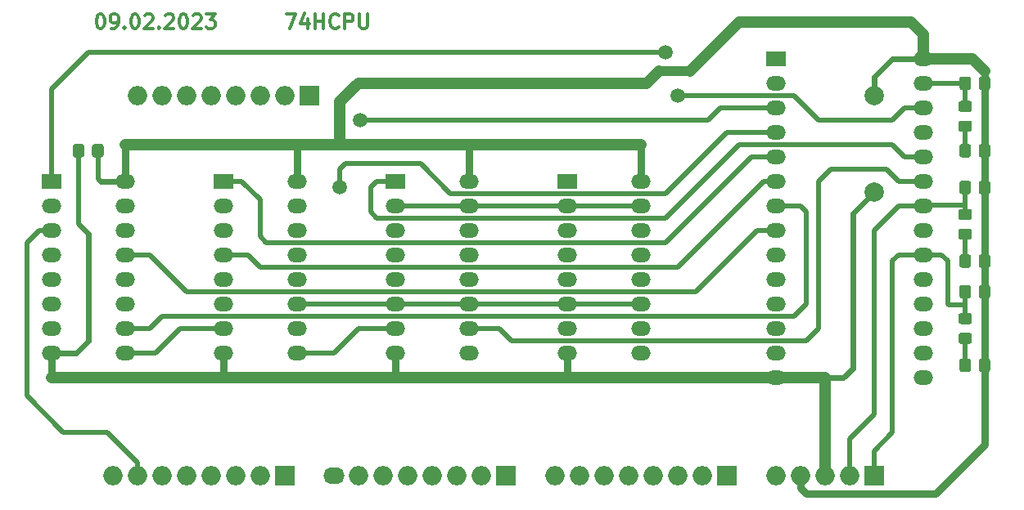
<source format=gbr>
%TF.GenerationSoftware,KiCad,Pcbnew,(5.1.8)-1*%
%TF.CreationDate,2023-02-09T20:32:32+03:00*%
%TF.ProjectId,RAM,52414d2e-6b69-4636-9164-5f7063625858,rev?*%
%TF.SameCoordinates,Original*%
%TF.FileFunction,Copper,L1,Top*%
%TF.FilePolarity,Positive*%
%FSLAX46Y46*%
G04 Gerber Fmt 4.6, Leading zero omitted, Abs format (unit mm)*
G04 Created by KiCad (PCBNEW (5.1.8)-1) date 2023-02-09 20:32:32*
%MOMM*%
%LPD*%
G01*
G04 APERTURE LIST*
%TA.AperFunction,NonConductor*%
%ADD10C,0.300000*%
%TD*%
%TA.AperFunction,ComponentPad*%
%ADD11C,2.000000*%
%TD*%
%TA.AperFunction,ComponentPad*%
%ADD12O,2.000000X2.000000*%
%TD*%
%TA.AperFunction,ComponentPad*%
%ADD13R,2.000000X2.000000*%
%TD*%
%TA.AperFunction,ComponentPad*%
%ADD14O,2.200000X1.700000*%
%TD*%
%TA.AperFunction,ComponentPad*%
%ADD15R,2.000000X1.500000*%
%TD*%
%TA.AperFunction,ComponentPad*%
%ADD16O,2.000000X1.500000*%
%TD*%
%TA.AperFunction,ViaPad*%
%ADD17C,1.500000*%
%TD*%
%TA.AperFunction,Conductor*%
%ADD18C,0.800000*%
%TD*%
%TA.AperFunction,Conductor*%
%ADD19C,1.200000*%
%TD*%
%TA.AperFunction,Conductor*%
%ADD20C,1.000000*%
%TD*%
%TA.AperFunction,Conductor*%
%ADD21C,0.600000*%
%TD*%
%TA.AperFunction,Conductor*%
%ADD22C,0.500000*%
%TD*%
G04 APERTURE END LIST*
D10*
X67239285Y-38548571D02*
X67382142Y-38548571D01*
X67525000Y-38620000D01*
X67596428Y-38691428D01*
X67667857Y-38834285D01*
X67739285Y-39120000D01*
X67739285Y-39477142D01*
X67667857Y-39762857D01*
X67596428Y-39905714D01*
X67525000Y-39977142D01*
X67382142Y-40048571D01*
X67239285Y-40048571D01*
X67096428Y-39977142D01*
X67025000Y-39905714D01*
X66953571Y-39762857D01*
X66882142Y-39477142D01*
X66882142Y-39120000D01*
X66953571Y-38834285D01*
X67025000Y-38691428D01*
X67096428Y-38620000D01*
X67239285Y-38548571D01*
X68453571Y-40048571D02*
X68739285Y-40048571D01*
X68882142Y-39977142D01*
X68953571Y-39905714D01*
X69096428Y-39691428D01*
X69167857Y-39405714D01*
X69167857Y-38834285D01*
X69096428Y-38691428D01*
X69025000Y-38620000D01*
X68882142Y-38548571D01*
X68596428Y-38548571D01*
X68453571Y-38620000D01*
X68382142Y-38691428D01*
X68310714Y-38834285D01*
X68310714Y-39191428D01*
X68382142Y-39334285D01*
X68453571Y-39405714D01*
X68596428Y-39477142D01*
X68882142Y-39477142D01*
X69025000Y-39405714D01*
X69096428Y-39334285D01*
X69167857Y-39191428D01*
X69810714Y-39905714D02*
X69882142Y-39977142D01*
X69810714Y-40048571D01*
X69739285Y-39977142D01*
X69810714Y-39905714D01*
X69810714Y-40048571D01*
X70810714Y-38548571D02*
X70953571Y-38548571D01*
X71096428Y-38620000D01*
X71167857Y-38691428D01*
X71239285Y-38834285D01*
X71310714Y-39120000D01*
X71310714Y-39477142D01*
X71239285Y-39762857D01*
X71167857Y-39905714D01*
X71096428Y-39977142D01*
X70953571Y-40048571D01*
X70810714Y-40048571D01*
X70667857Y-39977142D01*
X70596428Y-39905714D01*
X70525000Y-39762857D01*
X70453571Y-39477142D01*
X70453571Y-39120000D01*
X70525000Y-38834285D01*
X70596428Y-38691428D01*
X70667857Y-38620000D01*
X70810714Y-38548571D01*
X71882142Y-38691428D02*
X71953571Y-38620000D01*
X72096428Y-38548571D01*
X72453571Y-38548571D01*
X72596428Y-38620000D01*
X72667857Y-38691428D01*
X72739285Y-38834285D01*
X72739285Y-38977142D01*
X72667857Y-39191428D01*
X71810714Y-40048571D01*
X72739285Y-40048571D01*
X73382142Y-39905714D02*
X73453571Y-39977142D01*
X73382142Y-40048571D01*
X73310714Y-39977142D01*
X73382142Y-39905714D01*
X73382142Y-40048571D01*
X74025000Y-38691428D02*
X74096428Y-38620000D01*
X74239285Y-38548571D01*
X74596428Y-38548571D01*
X74739285Y-38620000D01*
X74810714Y-38691428D01*
X74882142Y-38834285D01*
X74882142Y-38977142D01*
X74810714Y-39191428D01*
X73953571Y-40048571D01*
X74882142Y-40048571D01*
X75810714Y-38548571D02*
X75953571Y-38548571D01*
X76096428Y-38620000D01*
X76167857Y-38691428D01*
X76239285Y-38834285D01*
X76310714Y-39120000D01*
X76310714Y-39477142D01*
X76239285Y-39762857D01*
X76167857Y-39905714D01*
X76096428Y-39977142D01*
X75953571Y-40048571D01*
X75810714Y-40048571D01*
X75667857Y-39977142D01*
X75596428Y-39905714D01*
X75525000Y-39762857D01*
X75453571Y-39477142D01*
X75453571Y-39120000D01*
X75525000Y-38834285D01*
X75596428Y-38691428D01*
X75667857Y-38620000D01*
X75810714Y-38548571D01*
X76882142Y-38691428D02*
X76953571Y-38620000D01*
X77096428Y-38548571D01*
X77453571Y-38548571D01*
X77596428Y-38620000D01*
X77667857Y-38691428D01*
X77739285Y-38834285D01*
X77739285Y-38977142D01*
X77667857Y-39191428D01*
X76810714Y-40048571D01*
X77739285Y-40048571D01*
X78239285Y-38548571D02*
X79167857Y-38548571D01*
X78667857Y-39120000D01*
X78882142Y-39120000D01*
X79025000Y-39191428D01*
X79096428Y-39262857D01*
X79167857Y-39405714D01*
X79167857Y-39762857D01*
X79096428Y-39905714D01*
X79025000Y-39977142D01*
X78882142Y-40048571D01*
X78453571Y-40048571D01*
X78310714Y-39977142D01*
X78239285Y-39905714D01*
X86519285Y-38548571D02*
X87519285Y-38548571D01*
X86876428Y-40048571D01*
X88733571Y-39048571D02*
X88733571Y-40048571D01*
X88376428Y-38477142D02*
X88019285Y-39548571D01*
X88947857Y-39548571D01*
X89519285Y-40048571D02*
X89519285Y-38548571D01*
X89519285Y-39262857D02*
X90376428Y-39262857D01*
X90376428Y-40048571D02*
X90376428Y-38548571D01*
X91947857Y-39905714D02*
X91876428Y-39977142D01*
X91662142Y-40048571D01*
X91519285Y-40048571D01*
X91305000Y-39977142D01*
X91162142Y-39834285D01*
X91090714Y-39691428D01*
X91019285Y-39405714D01*
X91019285Y-39191428D01*
X91090714Y-38905714D01*
X91162142Y-38762857D01*
X91305000Y-38620000D01*
X91519285Y-38548571D01*
X91662142Y-38548571D01*
X91876428Y-38620000D01*
X91947857Y-38691428D01*
X92590714Y-40048571D02*
X92590714Y-38548571D01*
X93162142Y-38548571D01*
X93305000Y-38620000D01*
X93376428Y-38691428D01*
X93447857Y-38834285D01*
X93447857Y-39048571D01*
X93376428Y-39191428D01*
X93305000Y-39262857D01*
X93162142Y-39334285D01*
X92590714Y-39334285D01*
X94090714Y-38548571D02*
X94090714Y-39762857D01*
X94162142Y-39905714D01*
X94233571Y-39977142D01*
X94376428Y-40048571D01*
X94662142Y-40048571D01*
X94805000Y-39977142D01*
X94876428Y-39905714D01*
X94947857Y-39762857D01*
X94947857Y-38548571D01*
%TO.P,D3,2*%
%TO.N,Net-(D3-Pad2)*%
%TA.AperFunction,SMDPad,CuDef*%
G36*
G01*
X156299999Y-49590000D02*
X157200001Y-49590000D01*
G75*
G02*
X157450000Y-49839999I0J-249999D01*
G01*
X157450000Y-50490001D01*
G75*
G02*
X157200001Y-50740000I-249999J0D01*
G01*
X156299999Y-50740000D01*
G75*
G02*
X156050000Y-50490001I0J249999D01*
G01*
X156050000Y-49839999D01*
G75*
G02*
X156299999Y-49590000I249999J0D01*
G01*
G37*
%TD.AperFunction*%
%TO.P,D3,1*%
%TO.N,/~WR*%
%TA.AperFunction,SMDPad,CuDef*%
G36*
G01*
X156299999Y-47540000D02*
X157200001Y-47540000D01*
G75*
G02*
X157450000Y-47789999I0J-249999D01*
G01*
X157450000Y-48440001D01*
G75*
G02*
X157200001Y-48690000I-249999J0D01*
G01*
X156299999Y-48690000D01*
G75*
G02*
X156050000Y-48440001I0J249999D01*
G01*
X156050000Y-47789999D01*
G75*
G02*
X156299999Y-47540000I249999J0D01*
G01*
G37*
%TD.AperFunction*%
%TD*%
%TO.P,D2,2*%
%TO.N,Net-(D2-Pad2)*%
%TA.AperFunction,SMDPad,CuDef*%
G36*
G01*
X156299999Y-60775000D02*
X157200001Y-60775000D01*
G75*
G02*
X157450000Y-61024999I0J-249999D01*
G01*
X157450000Y-61675001D01*
G75*
G02*
X157200001Y-61925000I-249999J0D01*
G01*
X156299999Y-61925000D01*
G75*
G02*
X156050000Y-61675001I0J249999D01*
G01*
X156050000Y-61024999D01*
G75*
G02*
X156299999Y-60775000I249999J0D01*
G01*
G37*
%TD.AperFunction*%
%TO.P,D2,1*%
%TO.N,/~OE*%
%TA.AperFunction,SMDPad,CuDef*%
G36*
G01*
X156299999Y-58725000D02*
X157200001Y-58725000D01*
G75*
G02*
X157450000Y-58974999I0J-249999D01*
G01*
X157450000Y-59625001D01*
G75*
G02*
X157200001Y-59875000I-249999J0D01*
G01*
X156299999Y-59875000D01*
G75*
G02*
X156050000Y-59625001I0J249999D01*
G01*
X156050000Y-58974999D01*
G75*
G02*
X156299999Y-58725000I249999J0D01*
G01*
G37*
%TD.AperFunction*%
%TD*%
%TO.P,D1,2*%
%TO.N,Net-(D1-Pad2)*%
%TA.AperFunction,SMDPad,CuDef*%
G36*
G01*
X156299999Y-71570000D02*
X157200001Y-71570000D01*
G75*
G02*
X157450000Y-71819999I0J-249999D01*
G01*
X157450000Y-72470001D01*
G75*
G02*
X157200001Y-72720000I-249999J0D01*
G01*
X156299999Y-72720000D01*
G75*
G02*
X156050000Y-72470001I0J249999D01*
G01*
X156050000Y-71819999D01*
G75*
G02*
X156299999Y-71570000I249999J0D01*
G01*
G37*
%TD.AperFunction*%
%TO.P,D1,1*%
%TO.N,/~CS*%
%TA.AperFunction,SMDPad,CuDef*%
G36*
G01*
X156299999Y-69520000D02*
X157200001Y-69520000D01*
G75*
G02*
X157450000Y-69769999I0J-249999D01*
G01*
X157450000Y-70420001D01*
G75*
G02*
X157200001Y-70670000I-249999J0D01*
G01*
X156299999Y-70670000D01*
G75*
G02*
X156050000Y-70420001I0J249999D01*
G01*
X156050000Y-69769999D01*
G75*
G02*
X156299999Y-69520000I249999J0D01*
G01*
G37*
%TD.AperFunction*%
%TD*%
D11*
%TO.P,C2,2*%
%TO.N,GND*%
X147320000Y-56990000D03*
%TO.P,C2,1*%
%TO.N,VCC*%
X147320000Y-46990000D03*
%TD*%
D12*
%TO.P,J5,8*%
%TO.N,/C0*%
X71120000Y-46990000D03*
%TO.P,J5,7*%
%TO.N,/C1*%
X73660000Y-46990000D03*
%TO.P,J5,6*%
%TO.N,/C2*%
X76200000Y-46990000D03*
%TO.P,J5,5*%
%TO.N,/C3*%
X78740000Y-46990000D03*
%TO.P,J5,4*%
%TO.N,/C4*%
X81280000Y-46990000D03*
%TO.P,J5,3*%
%TO.N,/C5*%
X83820000Y-46990000D03*
%TO.P,J5,2*%
%TO.N,/C6*%
X86360000Y-46990000D03*
D13*
%TO.P,J5,1*%
%TO.N,/C7*%
X88900000Y-46990000D03*
%TD*%
%TO.P,C1,1*%
%TO.N,VCC*%
%TA.AperFunction,SMDPad,CuDef*%
G36*
G01*
X67640000Y-52254999D02*
X67640000Y-53155001D01*
G75*
G02*
X67390001Y-53405000I-249999J0D01*
G01*
X66689999Y-53405000D01*
G75*
G02*
X66440000Y-53155001I0J249999D01*
G01*
X66440000Y-52254999D01*
G75*
G02*
X66689999Y-52005000I249999J0D01*
G01*
X67390001Y-52005000D01*
G75*
G02*
X67640000Y-52254999I0J-249999D01*
G01*
G37*
%TD.AperFunction*%
%TO.P,C1,2*%
%TO.N,GND*%
%TA.AperFunction,SMDPad,CuDef*%
G36*
G01*
X65640000Y-52254999D02*
X65640000Y-53155001D01*
G75*
G02*
X65390001Y-53405000I-249999J0D01*
G01*
X64689999Y-53405000D01*
G75*
G02*
X64440000Y-53155001I0J249999D01*
G01*
X64440000Y-52254999D01*
G75*
G02*
X64689999Y-52005000I249999J0D01*
G01*
X65390001Y-52005000D01*
G75*
G02*
X65640000Y-52254999I0J-249999D01*
G01*
G37*
%TD.AperFunction*%
%TD*%
%TO.P,J1,1*%
%TO.N,/A7*%
X86360000Y-86360000D03*
D12*
%TO.P,J1,2*%
%TO.N,/A6*%
X83820000Y-86360000D03*
%TO.P,J1,3*%
%TO.N,/A5*%
X81280000Y-86360000D03*
%TO.P,J1,4*%
%TO.N,/A4*%
X78740000Y-86360000D03*
%TO.P,J1,5*%
%TO.N,/A3*%
X76200000Y-86360000D03*
%TO.P,J1,6*%
%TO.N,/A2*%
X73660000Y-86360000D03*
%TO.P,J1,7*%
%TO.N,/A1*%
X71120000Y-86360000D03*
%TO.P,J1,8*%
%TO.N,/A0*%
X68580000Y-86360000D03*
%TD*%
D14*
%TO.P,J2,8*%
%TO.N,/A8*%
X91440000Y-86360000D03*
D12*
%TO.P,J2,7*%
%TO.N,/A9*%
X93980000Y-86360000D03*
%TO.P,J2,6*%
%TO.N,/A10*%
X96520000Y-86360000D03*
%TO.P,J2,5*%
%TO.N,/A11*%
X99060000Y-86360000D03*
%TO.P,J2,4*%
%TO.N,/A12*%
X101600000Y-86360000D03*
%TO.P,J2,3*%
%TO.N,/A13*%
X104140000Y-86360000D03*
%TO.P,J2,2*%
%TO.N,/A14*%
X106680000Y-86360000D03*
D13*
%TO.P,J2,1*%
%TO.N,/A15*%
X109220000Y-86360000D03*
%TD*%
%TO.P,J3,1*%
%TO.N,/D7*%
X132080000Y-86360000D03*
D12*
%TO.P,J3,2*%
%TO.N,/D6*%
X129540000Y-86360000D03*
%TO.P,J3,3*%
%TO.N,/D5*%
X127000000Y-86360000D03*
%TO.P,J3,4*%
%TO.N,/D4*%
X124460000Y-86360000D03*
%TO.P,J3,5*%
%TO.N,/D3*%
X121920000Y-86360000D03*
%TO.P,J3,6*%
%TO.N,/D2*%
X119380000Y-86360000D03*
%TO.P,J3,7*%
%TO.N,/D1*%
X116840000Y-86360000D03*
%TO.P,J3,8*%
%TO.N,/D0*%
X114300000Y-86360000D03*
%TD*%
D13*
%TO.P,J4,1*%
%TO.N,/~CS*%
X147320000Y-86360000D03*
D12*
%TO.P,J4,2*%
%TO.N,/~OE*%
X144780000Y-86360000D03*
%TO.P,J4,3*%
%TO.N,GND*%
X142240000Y-86360000D03*
%TO.P,J4,4*%
%TO.N,VCC*%
X139700000Y-86360000D03*
%TO.P,J4,5*%
%TO.N,/~WR*%
X137160000Y-86360000D03*
%TD*%
%TO.P,R1,2*%
%TO.N,Net-(D1-Pad2)*%
%TA.AperFunction,SMDPad,CuDef*%
G36*
G01*
X157350000Y-74479999D02*
X157350000Y-75380001D01*
G75*
G02*
X157100001Y-75630000I-249999J0D01*
G01*
X156399999Y-75630000D01*
G75*
G02*
X156150000Y-75380001I0J249999D01*
G01*
X156150000Y-74479999D01*
G75*
G02*
X156399999Y-74230000I249999J0D01*
G01*
X157100001Y-74230000D01*
G75*
G02*
X157350000Y-74479999I0J-249999D01*
G01*
G37*
%TD.AperFunction*%
%TO.P,R1,1*%
%TO.N,VCC*%
%TA.AperFunction,SMDPad,CuDef*%
G36*
G01*
X159350000Y-74479999D02*
X159350000Y-75380001D01*
G75*
G02*
X159100001Y-75630000I-249999J0D01*
G01*
X158399999Y-75630000D01*
G75*
G02*
X158150000Y-75380001I0J249999D01*
G01*
X158150000Y-74479999D01*
G75*
G02*
X158399999Y-74230000I249999J0D01*
G01*
X159100001Y-74230000D01*
G75*
G02*
X159350000Y-74479999I0J-249999D01*
G01*
G37*
%TD.AperFunction*%
%TD*%
%TO.P,R2,1*%
%TO.N,VCC*%
%TA.AperFunction,SMDPad,CuDef*%
G36*
G01*
X159350000Y-63684999D02*
X159350000Y-64585001D01*
G75*
G02*
X159100001Y-64835000I-249999J0D01*
G01*
X158399999Y-64835000D01*
G75*
G02*
X158150000Y-64585001I0J249999D01*
G01*
X158150000Y-63684999D01*
G75*
G02*
X158399999Y-63435000I249999J0D01*
G01*
X159100001Y-63435000D01*
G75*
G02*
X159350000Y-63684999I0J-249999D01*
G01*
G37*
%TD.AperFunction*%
%TO.P,R2,2*%
%TO.N,Net-(D2-Pad2)*%
%TA.AperFunction,SMDPad,CuDef*%
G36*
G01*
X157350000Y-63684999D02*
X157350000Y-64585001D01*
G75*
G02*
X157100001Y-64835000I-249999J0D01*
G01*
X156399999Y-64835000D01*
G75*
G02*
X156150000Y-64585001I0J249999D01*
G01*
X156150000Y-63684999D01*
G75*
G02*
X156399999Y-63435000I249999J0D01*
G01*
X157100001Y-63435000D01*
G75*
G02*
X157350000Y-63684999I0J-249999D01*
G01*
G37*
%TD.AperFunction*%
%TD*%
%TO.P,R3,2*%
%TO.N,Net-(D3-Pad2)*%
%TA.AperFunction,SMDPad,CuDef*%
G36*
G01*
X157350000Y-52254999D02*
X157350000Y-53155001D01*
G75*
G02*
X157100001Y-53405000I-249999J0D01*
G01*
X156399999Y-53405000D01*
G75*
G02*
X156150000Y-53155001I0J249999D01*
G01*
X156150000Y-52254999D01*
G75*
G02*
X156399999Y-52005000I249999J0D01*
G01*
X157100001Y-52005000D01*
G75*
G02*
X157350000Y-52254999I0J-249999D01*
G01*
G37*
%TD.AperFunction*%
%TO.P,R3,1*%
%TO.N,VCC*%
%TA.AperFunction,SMDPad,CuDef*%
G36*
G01*
X159350000Y-52254999D02*
X159350000Y-53155001D01*
G75*
G02*
X159100001Y-53405000I-249999J0D01*
G01*
X158399999Y-53405000D01*
G75*
G02*
X158150000Y-53155001I0J249999D01*
G01*
X158150000Y-52254999D01*
G75*
G02*
X158399999Y-52005000I249999J0D01*
G01*
X159100001Y-52005000D01*
G75*
G02*
X159350000Y-52254999I0J-249999D01*
G01*
G37*
%TD.AperFunction*%
%TD*%
D15*
%TO.P,U1,1*%
%TO.N,Net-(U1-Pad1)*%
X62230000Y-55880000D03*
D16*
%TO.P,U1,9*%
%TO.N,Net-(U1-Pad9)*%
X69850000Y-73660000D03*
%TO.P,U1,2*%
%TO.N,/C1*%
X62230000Y-58420000D03*
%TO.P,U1,10*%
%TO.N,Net-(U1-Pad10)*%
X69850000Y-71120000D03*
%TO.P,U1,3*%
%TO.N,/A1*%
X62230000Y-60960000D03*
%TO.P,U1,11*%
%TO.N,/C3*%
X69850000Y-68580000D03*
%TO.P,U1,4*%
%TO.N,Net-(U1-Pad4)*%
X62230000Y-63500000D03*
%TO.P,U1,12*%
%TO.N,/A3*%
X69850000Y-66040000D03*
%TO.P,U1,5*%
%TO.N,/A0*%
X62230000Y-66040000D03*
%TO.P,U1,13*%
%TO.N,Net-(U1-Pad13)*%
X69850000Y-63500000D03*
%TO.P,U1,6*%
%TO.N,/C0*%
X62230000Y-68580000D03*
%TO.P,U1,14*%
%TO.N,/A2*%
X69850000Y-60960000D03*
%TO.P,U1,7*%
%TO.N,GND*%
X62230000Y-71120000D03*
%TO.P,U1,15*%
%TO.N,/C2*%
X69850000Y-58420000D03*
%TO.P,U1,8*%
%TO.N,GND*%
X62230000Y-73660000D03*
%TO.P,U1,16*%
%TO.N,VCC*%
X69850000Y-55880000D03*
%TD*%
D15*
%TO.P,U2,1*%
%TO.N,Net-(U2-Pad1)*%
X137160000Y-43180000D03*
D16*
%TO.P,U2,15*%
%TO.N,/D3*%
X152400000Y-76200000D03*
%TO.P,U2,2*%
%TO.N,Net-(U2-Pad2)*%
X137160000Y-45720000D03*
%TO.P,U2,16*%
%TO.N,/D4*%
X152400000Y-73660000D03*
%TO.P,U2,3*%
%TO.N,Net-(U2-Pad3)*%
X137160000Y-48260000D03*
%TO.P,U2,17*%
%TO.N,/D5*%
X152400000Y-71120000D03*
%TO.P,U2,4*%
%TO.N,Net-(U2-Pad4)*%
X137160000Y-50800000D03*
%TO.P,U2,18*%
%TO.N,/D6*%
X152400000Y-68580000D03*
%TO.P,U2,5*%
%TO.N,Net-(U2-Pad5)*%
X137160000Y-53340000D03*
%TO.P,U2,19*%
%TO.N,/D7*%
X152400000Y-66040000D03*
%TO.P,U2,6*%
%TO.N,Net-(U2-Pad6)*%
X137160000Y-55880000D03*
%TO.P,U2,20*%
%TO.N,/~CS*%
X152400000Y-63500000D03*
%TO.P,U2,7*%
%TO.N,Net-(U1-Pad10)*%
X137160000Y-58420000D03*
%TO.P,U2,21*%
%TO.N,Net-(U2-Pad21)*%
X152400000Y-60960000D03*
%TO.P,U2,8*%
%TO.N,Net-(U1-Pad13)*%
X137160000Y-60960000D03*
%TO.P,U2,22*%
%TO.N,/~OE*%
X152400000Y-58420000D03*
%TO.P,U2,9*%
%TO.N,Net-(U1-Pad1)*%
X137160000Y-63500000D03*
%TO.P,U2,23*%
%TO.N,Net-(U2-Pad23)*%
X152400000Y-55880000D03*
%TO.P,U2,10*%
%TO.N,Net-(U1-Pad4)*%
X137160000Y-66040000D03*
%TO.P,U2,24*%
%TO.N,Net-(U2-Pad24)*%
X152400000Y-53340000D03*
%TO.P,U2,11*%
%TO.N,/D0*%
X137160000Y-68580000D03*
%TO.P,U2,25*%
%TO.N,Net-(U2-Pad25)*%
X152400000Y-50800000D03*
%TO.P,U2,12*%
%TO.N,/D1*%
X137160000Y-71120000D03*
%TO.P,U2,26*%
%TO.N,Net-(U2-Pad26)*%
X152400000Y-48260000D03*
%TO.P,U2,13*%
%TO.N,/D2*%
X137160000Y-73660000D03*
%TO.P,U2,27*%
%TO.N,/~WR*%
X152400000Y-45720000D03*
%TO.P,U2,14*%
%TO.N,GND*%
X137160000Y-76200000D03*
%TO.P,U2,28*%
%TO.N,VCC*%
X152400000Y-43180000D03*
%TD*%
%TO.P,U3,16*%
%TO.N,VCC*%
X87630000Y-55880000D03*
%TO.P,U3,8*%
%TO.N,GND*%
X80010000Y-73660000D03*
%TO.P,U3,15*%
%TO.N,/C6*%
X87630000Y-58420000D03*
%TO.P,U3,7*%
%TO.N,Net-(U1-Pad9)*%
X80010000Y-71120000D03*
%TO.P,U3,14*%
%TO.N,/A6*%
X87630000Y-60960000D03*
%TO.P,U3,6*%
%TO.N,/C4*%
X80010000Y-68580000D03*
%TO.P,U3,13*%
%TO.N,Net-(U2-Pad4)*%
X87630000Y-63500000D03*
%TO.P,U3,5*%
%TO.N,/A4*%
X80010000Y-66040000D03*
%TO.P,U3,12*%
%TO.N,/A7*%
X87630000Y-66040000D03*
%TO.P,U3,4*%
%TO.N,Net-(U2-Pad6)*%
X80010000Y-63500000D03*
%TO.P,U3,11*%
%TO.N,/C7*%
X87630000Y-68580000D03*
%TO.P,U3,3*%
%TO.N,/A5*%
X80010000Y-60960000D03*
%TO.P,U3,10*%
%TO.N,Net-(U2-Pad3)*%
X87630000Y-71120000D03*
%TO.P,U3,2*%
%TO.N,/C5*%
X80010000Y-58420000D03*
%TO.P,U3,9*%
%TO.N,Net-(U3-Pad9)*%
X87630000Y-73660000D03*
D15*
%TO.P,U3,1*%
%TO.N,Net-(U2-Pad5)*%
X80010000Y-55880000D03*
%TD*%
%TO.P,U4,1*%
%TO.N,Net-(U2-Pad24)*%
X97790000Y-55880000D03*
D16*
%TO.P,U4,9*%
%TO.N,Net-(U4-Pad9)*%
X105410000Y-73660000D03*
%TO.P,U4,2*%
%TO.N,/C7*%
X97790000Y-58420000D03*
%TO.P,U4,10*%
%TO.N,Net-(U2-Pad23)*%
X105410000Y-71120000D03*
%TO.P,U4,3*%
%TO.N,/A9*%
X97790000Y-60960000D03*
%TO.P,U4,11*%
%TO.N,/C7*%
X105410000Y-68580000D03*
%TO.P,U4,4*%
%TO.N,Net-(U2-Pad25)*%
X97790000Y-63500000D03*
%TO.P,U4,12*%
%TO.N,/A11*%
X105410000Y-66040000D03*
%TO.P,U4,5*%
%TO.N,/A8*%
X97790000Y-66040000D03*
%TO.P,U4,13*%
%TO.N,Net-(U2-Pad21)*%
X105410000Y-63500000D03*
%TO.P,U4,6*%
%TO.N,/C7*%
X97790000Y-68580000D03*
%TO.P,U4,14*%
%TO.N,/A10*%
X105410000Y-60960000D03*
%TO.P,U4,7*%
%TO.N,Net-(U3-Pad9)*%
X97790000Y-71120000D03*
%TO.P,U4,15*%
%TO.N,/C7*%
X105410000Y-58420000D03*
%TO.P,U4,8*%
%TO.N,GND*%
X97790000Y-73660000D03*
%TO.P,U4,16*%
%TO.N,VCC*%
X105410000Y-55880000D03*
%TD*%
%TO.P,U5,16*%
%TO.N,VCC*%
X123190000Y-55880000D03*
%TO.P,U5,8*%
%TO.N,GND*%
X115570000Y-73660000D03*
%TO.P,U5,15*%
%TO.N,/C7*%
X123190000Y-58420000D03*
%TO.P,U5,7*%
%TO.N,Net-(U4-Pad9)*%
X115570000Y-71120000D03*
%TO.P,U5,14*%
%TO.N,/A14*%
X123190000Y-60960000D03*
%TO.P,U5,6*%
%TO.N,/C7*%
X115570000Y-68580000D03*
%TO.P,U5,13*%
%TO.N,Net-(U2-Pad1)*%
X123190000Y-63500000D03*
%TO.P,U5,5*%
%TO.N,/A12*%
X115570000Y-66040000D03*
%TO.P,U5,12*%
%TO.N,/A15*%
X123190000Y-66040000D03*
%TO.P,U5,4*%
%TO.N,Net-(U2-Pad2)*%
X115570000Y-63500000D03*
%TO.P,U5,11*%
%TO.N,/C7*%
X123190000Y-68580000D03*
%TO.P,U5,3*%
%TO.N,/A13*%
X115570000Y-60960000D03*
%TO.P,U5,10*%
%TO.N,Net-(U5-Pad10)*%
X123190000Y-71120000D03*
%TO.P,U5,2*%
%TO.N,/C7*%
X115570000Y-58420000D03*
%TO.P,U5,9*%
%TO.N,Net-(U5-Pad9)*%
X123190000Y-73660000D03*
D15*
%TO.P,U5,1*%
%TO.N,Net-(U2-Pad26)*%
X115570000Y-55880000D03*
%TD*%
%TO.P,R4,1*%
%TO.N,VCC*%
%TA.AperFunction,SMDPad,CuDef*%
G36*
G01*
X159350000Y-66859999D02*
X159350000Y-67760001D01*
G75*
G02*
X159100001Y-68010000I-249999J0D01*
G01*
X158399999Y-68010000D01*
G75*
G02*
X158150000Y-67760001I0J249999D01*
G01*
X158150000Y-66859999D01*
G75*
G02*
X158399999Y-66610000I249999J0D01*
G01*
X159100001Y-66610000D01*
G75*
G02*
X159350000Y-66859999I0J-249999D01*
G01*
G37*
%TD.AperFunction*%
%TO.P,R4,2*%
%TO.N,/~CS*%
%TA.AperFunction,SMDPad,CuDef*%
G36*
G01*
X157350000Y-66859999D02*
X157350000Y-67760001D01*
G75*
G02*
X157100001Y-68010000I-249999J0D01*
G01*
X156399999Y-68010000D01*
G75*
G02*
X156150000Y-67760001I0J249999D01*
G01*
X156150000Y-66859999D01*
G75*
G02*
X156399999Y-66610000I249999J0D01*
G01*
X157100001Y-66610000D01*
G75*
G02*
X157350000Y-66859999I0J-249999D01*
G01*
G37*
%TD.AperFunction*%
%TD*%
%TO.P,R5,2*%
%TO.N,/~OE*%
%TA.AperFunction,SMDPad,CuDef*%
G36*
G01*
X157350000Y-56064999D02*
X157350000Y-56965001D01*
G75*
G02*
X157100001Y-57215000I-249999J0D01*
G01*
X156399999Y-57215000D01*
G75*
G02*
X156150000Y-56965001I0J249999D01*
G01*
X156150000Y-56064999D01*
G75*
G02*
X156399999Y-55815000I249999J0D01*
G01*
X157100001Y-55815000D01*
G75*
G02*
X157350000Y-56064999I0J-249999D01*
G01*
G37*
%TD.AperFunction*%
%TO.P,R5,1*%
%TO.N,VCC*%
%TA.AperFunction,SMDPad,CuDef*%
G36*
G01*
X159350000Y-56064999D02*
X159350000Y-56965001D01*
G75*
G02*
X159100001Y-57215000I-249999J0D01*
G01*
X158399999Y-57215000D01*
G75*
G02*
X158150000Y-56965001I0J249999D01*
G01*
X158150000Y-56064999D01*
G75*
G02*
X158399999Y-55815000I249999J0D01*
G01*
X159100001Y-55815000D01*
G75*
G02*
X159350000Y-56064999I0J-249999D01*
G01*
G37*
%TD.AperFunction*%
%TD*%
%TO.P,R6,1*%
%TO.N,VCC*%
%TA.AperFunction,SMDPad,CuDef*%
G36*
G01*
X159350000Y-45269999D02*
X159350000Y-46170001D01*
G75*
G02*
X159100001Y-46420000I-249999J0D01*
G01*
X158399999Y-46420000D01*
G75*
G02*
X158150000Y-46170001I0J249999D01*
G01*
X158150000Y-45269999D01*
G75*
G02*
X158399999Y-45020000I249999J0D01*
G01*
X159100001Y-45020000D01*
G75*
G02*
X159350000Y-45269999I0J-249999D01*
G01*
G37*
%TD.AperFunction*%
%TO.P,R6,2*%
%TO.N,/~WR*%
%TA.AperFunction,SMDPad,CuDef*%
G36*
G01*
X157350000Y-45269999D02*
X157350000Y-46170001D01*
G75*
G02*
X157100001Y-46420000I-249999J0D01*
G01*
X156399999Y-46420000D01*
G75*
G02*
X156150000Y-46170001I0J249999D01*
G01*
X156150000Y-45269999D01*
G75*
G02*
X156399999Y-45020000I249999J0D01*
G01*
X157100001Y-45020000D01*
G75*
G02*
X157350000Y-45269999I0J-249999D01*
G01*
G37*
%TD.AperFunction*%
%TD*%
D17*
%TO.N,Net-(U1-Pad1)*%
X125730000Y-42545000D03*
%TO.N,Net-(U2-Pad3)*%
X94200000Y-49530000D03*
%TO.N,Net-(U2-Pad4)*%
X92075000Y-56515000D03*
%TO.N,Net-(U2-Pad26)*%
X127000000Y-46990000D03*
%TD*%
D18*
%TO.N,VCC*%
X123190000Y-52070000D02*
X123190000Y-55880000D01*
X69850000Y-55880000D02*
X69850000Y-52070000D01*
X105410000Y-55880000D02*
X105410000Y-52070000D01*
D19*
X105410000Y-52070000D02*
X123190000Y-52070000D01*
D18*
X87630000Y-55880000D02*
X87630000Y-52070000D01*
D19*
X69850000Y-52070000D02*
X87630000Y-52070000D01*
D18*
X140335000Y-88265000D02*
X153670000Y-88265000D01*
X153670000Y-88265000D02*
X158750000Y-83185000D01*
X158750000Y-83185000D02*
X158750000Y-75565000D01*
D19*
X152400000Y-43180000D02*
X152400000Y-40640000D01*
X152400000Y-40640000D02*
X151130000Y-39370000D01*
X151130000Y-39370000D02*
X133350000Y-39370000D01*
X133350000Y-39370000D02*
X128270000Y-44450000D01*
D20*
X128270000Y-44450000D02*
X125095000Y-44450000D01*
D19*
X125095000Y-44450000D02*
X123825000Y-45720000D01*
X123825000Y-45720000D02*
X93980000Y-45720000D01*
X92075000Y-47625000D02*
X92075000Y-52070000D01*
X93980000Y-45720000D02*
X92075000Y-47625000D01*
X92075000Y-52070000D02*
X105410000Y-52070000D01*
X87630000Y-52070000D02*
X92075000Y-52070000D01*
D18*
X139700000Y-87630000D02*
X140335000Y-88265000D01*
X139700000Y-86360000D02*
X139700000Y-87630000D01*
D21*
X69850000Y-55880000D02*
X67310000Y-55880000D01*
X152400000Y-43180000D02*
X149225000Y-43180000D01*
X147320000Y-45085000D02*
X147320000Y-46990000D01*
X149225000Y-43180000D02*
X147320000Y-45085000D01*
D18*
X158750000Y-75565000D02*
X158750000Y-63500000D01*
X158750000Y-63500000D02*
X158750000Y-58420000D01*
X158750000Y-58420000D02*
X158750000Y-45720000D01*
X158750000Y-44450000D02*
X158750000Y-45720000D01*
D19*
X157480000Y-43180000D02*
X158750000Y-44450000D01*
X152400000Y-43180000D02*
X157480000Y-43180000D01*
D22*
X67040000Y-55610000D02*
X67310000Y-55880000D01*
X67040000Y-52705000D02*
X67040000Y-55610000D01*
D18*
%TO.N,GND*%
X80010000Y-76200000D02*
X80010000Y-73660000D01*
D19*
X80010000Y-76200000D02*
X62230000Y-76200000D01*
D18*
X97790000Y-76200000D02*
X97790000Y-73660000D01*
D19*
X97790000Y-76200000D02*
X80010000Y-76200000D01*
D18*
X115570000Y-76200000D02*
X115570000Y-73660000D01*
D19*
X115570000Y-76200000D02*
X97790000Y-76200000D01*
X137160000Y-76200000D02*
X142240000Y-76200000D01*
D18*
X62230000Y-73660000D02*
X62230000Y-76200000D01*
D19*
X115570000Y-76200000D02*
X137160000Y-76200000D01*
X142240000Y-76200000D02*
X142240000Y-86360000D01*
D21*
X62230000Y-73660000D02*
X64770000Y-73660000D01*
X66040000Y-72390000D02*
X66040000Y-61325000D01*
X64770000Y-73660000D02*
X66040000Y-72390000D01*
X144145000Y-76200000D02*
X142240000Y-76200000D01*
X145097500Y-59212500D02*
X147320000Y-56990000D01*
X145097500Y-75247500D02*
X145097500Y-59212500D01*
X145097500Y-75247500D02*
X144145000Y-76200000D01*
D22*
X65040000Y-60325000D02*
X66040000Y-61325000D01*
X65040000Y-52705000D02*
X65040000Y-60325000D01*
%TO.N,/A1*%
X71120000Y-85010000D02*
X71120000Y-86360000D01*
X67985000Y-81875000D02*
X71120000Y-85010000D01*
X59690000Y-78105000D02*
X63460000Y-81875000D01*
X63460000Y-81875000D02*
X67985000Y-81875000D01*
X59690000Y-62230000D02*
X59690000Y-78105000D01*
X60960000Y-60960000D02*
X59690000Y-62230000D01*
X62230000Y-60960000D02*
X60960000Y-60960000D01*
%TO.N,/~CS*%
X154305000Y-63500000D02*
X154940000Y-64135000D01*
X152400000Y-63500000D02*
X154305000Y-63500000D01*
X156750000Y-68675000D02*
X155035000Y-68675000D01*
X155035000Y-68675000D02*
X154940000Y-68580000D01*
X154940000Y-64135000D02*
X154940000Y-68580000D01*
X156750000Y-67310000D02*
X156750000Y-68675000D01*
X156750000Y-68675000D02*
X156750000Y-70095000D01*
X152400000Y-63500000D02*
X149860000Y-63500000D01*
X149860000Y-63500000D02*
X149225000Y-64135000D01*
X149225000Y-64135000D02*
X149225000Y-81915000D01*
X147320000Y-83820000D02*
X147320000Y-86360000D01*
X149225000Y-81915000D02*
X147320000Y-83820000D01*
%TO.N,/~OE*%
X152495000Y-58325000D02*
X152400000Y-58420000D01*
X156750000Y-58325000D02*
X152495000Y-58325000D01*
X156750000Y-56515000D02*
X156750000Y-58325000D01*
X156750000Y-58325000D02*
X156750000Y-59300000D01*
X149860000Y-58420000D02*
X152400000Y-58420000D01*
X147320000Y-60960000D02*
X149860000Y-58420000D01*
X144780000Y-82550000D02*
X147320000Y-80010000D01*
X147320000Y-80010000D02*
X147320000Y-60960000D01*
X144780000Y-86360000D02*
X144780000Y-82550000D01*
%TO.N,/~WR*%
X156750000Y-45720000D02*
X152400000Y-45720000D01*
X156750000Y-45720000D02*
X156750000Y-48115000D01*
%TO.N,/C7*%
X97790000Y-68580000D02*
X105410000Y-68580000D01*
X87630000Y-68580000D02*
X97790000Y-68580000D01*
X105410000Y-58420000D02*
X97790000Y-58420000D01*
X115570000Y-58420000D02*
X105410000Y-58420000D01*
X123190000Y-58420000D02*
X115570000Y-58420000D01*
X115570000Y-68580000D02*
X105410000Y-68580000D01*
X123190000Y-68580000D02*
X115570000Y-68580000D01*
%TO.N,Net-(U1-Pad1)*%
X62230000Y-46355000D02*
X62230000Y-55880000D01*
X66040000Y-42545000D02*
X62230000Y-46355000D01*
X125730000Y-42545000D02*
X66040000Y-42545000D01*
%TO.N,Net-(U1-Pad9)*%
X72985000Y-73660000D02*
X69850000Y-73660000D01*
X75525000Y-71120000D02*
X72985000Y-73660000D01*
X80010000Y-71120000D02*
X75525000Y-71120000D01*
%TO.N,Net-(U1-Pad10)*%
X72390000Y-71120000D02*
X69850000Y-71120000D01*
X139065000Y-69850000D02*
X76160000Y-69850000D01*
X140335000Y-59055000D02*
X140335000Y-68580000D01*
X140335000Y-68580000D02*
X139065000Y-69850000D01*
X139700000Y-58420000D02*
X140335000Y-59055000D01*
X137160000Y-58420000D02*
X139700000Y-58420000D01*
X76160000Y-69850000D02*
X73660000Y-69850000D01*
X73660000Y-69850000D02*
X72390000Y-71120000D01*
%TO.N,Net-(U1-Pad13)*%
X128905000Y-67310000D02*
X135255000Y-60960000D01*
X76200000Y-67310000D02*
X128905000Y-67310000D01*
X72390000Y-63500000D02*
X76200000Y-67310000D01*
X135255000Y-60960000D02*
X137160000Y-60960000D01*
X69850000Y-63500000D02*
X72390000Y-63500000D01*
%TO.N,Net-(U2-Pad3)*%
X131445000Y-48260000D02*
X137160000Y-48260000D01*
X130175000Y-49530000D02*
X131445000Y-48260000D01*
X93980000Y-49530000D02*
X130175000Y-49530000D01*
%TO.N,Net-(U2-Pad4)*%
X132080000Y-50800000D02*
X137160000Y-50800000D01*
X125730000Y-57150000D02*
X132080000Y-50800000D01*
X103505000Y-57150000D02*
X125730000Y-57150000D01*
X100395010Y-54040010D02*
X103505000Y-57150000D01*
X92644990Y-54040010D02*
X100395010Y-54040010D01*
X92075000Y-54610000D02*
X92644990Y-54040010D01*
X92075000Y-56515000D02*
X92075000Y-54610000D01*
%TO.N,Net-(U2-Pad5)*%
X134620000Y-53340000D02*
X135255000Y-53340000D01*
X84455000Y-62230000D02*
X125730000Y-62230000D01*
X135255000Y-53340000D02*
X137160000Y-53340000D01*
X83820000Y-61595000D02*
X84455000Y-62230000D01*
X83820000Y-57785000D02*
X83820000Y-61595000D01*
X81915000Y-55880000D02*
X83820000Y-57785000D01*
X125730000Y-62230000D02*
X134620000Y-53340000D01*
X80010000Y-55880000D02*
X81915000Y-55880000D01*
%TO.N,Net-(U2-Pad6)*%
X127000000Y-64770000D02*
X135890000Y-55880000D01*
X83820000Y-64770000D02*
X127000000Y-64770000D01*
X135890000Y-55880000D02*
X137160000Y-55880000D01*
X82550000Y-63500000D02*
X83820000Y-64770000D01*
X80010000Y-63500000D02*
X82550000Y-63500000D01*
%TO.N,Net-(U2-Pad23)*%
X148590000Y-54610000D02*
X149860000Y-55880000D01*
X149860000Y-55880000D02*
X152400000Y-55880000D01*
X141605000Y-55880000D02*
X142875000Y-54610000D01*
X141605000Y-71120000D02*
X141605000Y-55880000D01*
X140335000Y-72390000D02*
X141605000Y-71120000D01*
X109855000Y-72390000D02*
X140335000Y-72390000D01*
X108585000Y-71120000D02*
X109855000Y-72390000D01*
X142875000Y-54610000D02*
X148590000Y-54610000D01*
X105410000Y-71120000D02*
X108585000Y-71120000D01*
%TO.N,Net-(U2-Pad24)*%
X149245000Y-52090000D02*
X150495000Y-53340000D01*
X133330000Y-52090000D02*
X149245000Y-52090000D01*
X150495000Y-53340000D02*
X152400000Y-53340000D01*
X125730000Y-59690000D02*
X133330000Y-52090000D01*
X95885000Y-59690000D02*
X125730000Y-59690000D01*
X95250000Y-59055000D02*
X95885000Y-59690000D01*
X95250000Y-56515000D02*
X95250000Y-59055000D01*
X95885000Y-55880000D02*
X95250000Y-56515000D01*
X97790000Y-55880000D02*
X95885000Y-55880000D01*
%TO.N,Net-(U2-Pad26)*%
X139065000Y-46990000D02*
X126994200Y-46990000D01*
X141605000Y-49530000D02*
X139065000Y-46990000D01*
X149225000Y-49530000D02*
X141605000Y-49530000D01*
X150495000Y-48260000D02*
X149225000Y-49530000D01*
X152400000Y-48260000D02*
X150495000Y-48260000D01*
%TO.N,Net-(U3-Pad9)*%
X94020000Y-71120000D02*
X91480000Y-73660000D01*
X91480000Y-73660000D02*
X87630000Y-73660000D01*
X97790000Y-71120000D02*
X94020000Y-71120000D01*
%TO.N,Net-(D1-Pad2)*%
X156750000Y-72145000D02*
X156750000Y-74930000D01*
%TO.N,Net-(D2-Pad2)*%
X156750000Y-61350000D02*
X156750000Y-64135000D01*
%TO.N,Net-(D3-Pad2)*%
X156750000Y-50165000D02*
X156750000Y-52705000D01*
%TD*%
M02*

</source>
